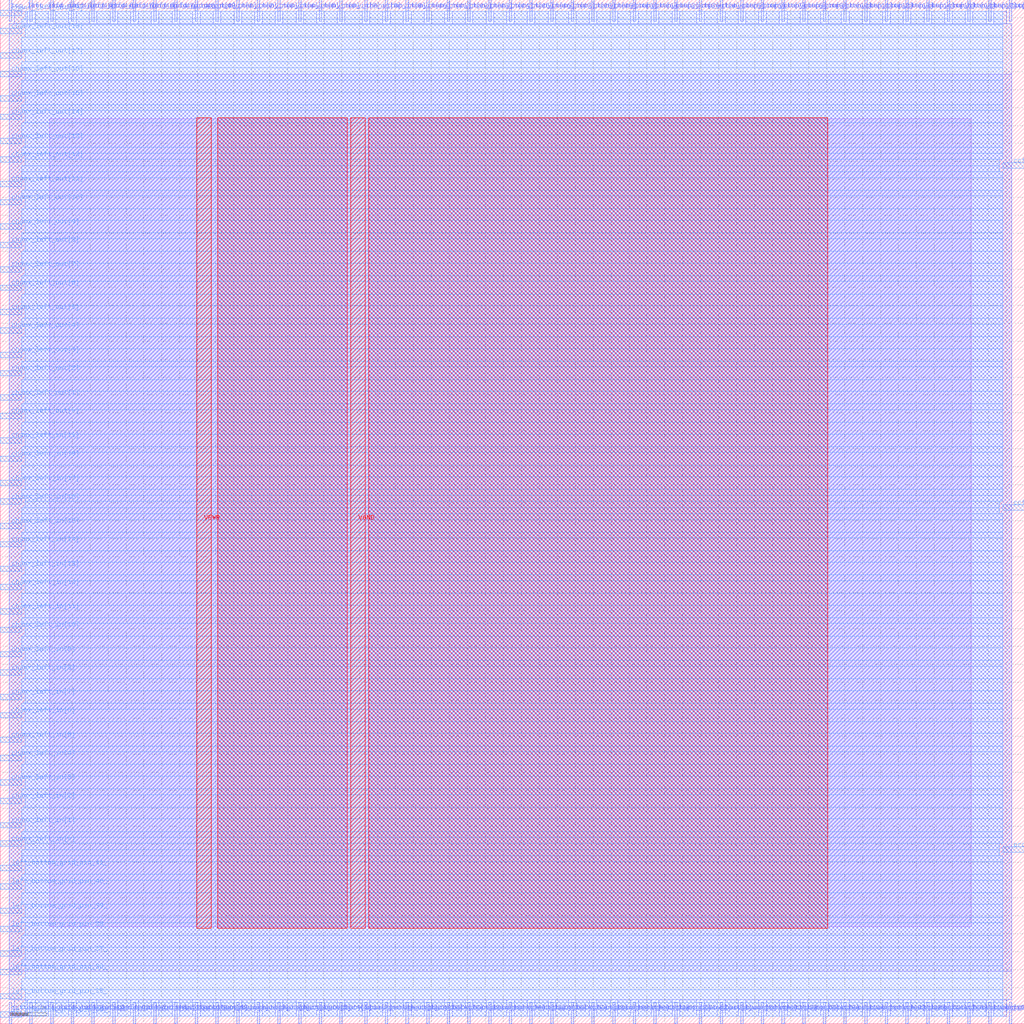
<source format=lef>
VERSION 5.7 ;
  NOWIREEXTENSIONATPIN ON ;
  DIVIDERCHAR "/" ;
  BUSBITCHARS "[]" ;
MACRO sb_8__1_
  CLASS BLOCK ;
  FOREIGN sb_8__1_ ;
  ORIGIN 0.000 0.000 ;
  SIZE 114.000 BY 114.000 ;
  PIN bottom_left_grid_pin_42_
    DIRECTION INPUT ;
    PORT
      LAYER met2 ;
        RECT 1.010 0.000 1.290 2.400 ;
    END
  END bottom_left_grid_pin_42_
  PIN bottom_left_grid_pin_43_
    DIRECTION INPUT ;
    PORT
      LAYER met2 ;
        RECT 3.310 0.000 3.590 2.400 ;
    END
  END bottom_left_grid_pin_43_
  PIN bottom_left_grid_pin_44_
    DIRECTION INPUT ;
    PORT
      LAYER met2 ;
        RECT 5.610 0.000 5.890 2.400 ;
    END
  END bottom_left_grid_pin_44_
  PIN bottom_left_grid_pin_45_
    DIRECTION INPUT ;
    PORT
      LAYER met2 ;
        RECT 7.910 0.000 8.190 2.400 ;
    END
  END bottom_left_grid_pin_45_
  PIN bottom_left_grid_pin_46_
    DIRECTION INPUT ;
    PORT
      LAYER met2 ;
        RECT 10.210 0.000 10.490 2.400 ;
    END
  END bottom_left_grid_pin_46_
  PIN bottom_left_grid_pin_47_
    DIRECTION INPUT ;
    PORT
      LAYER met2 ;
        RECT 12.510 0.000 12.790 2.400 ;
    END
  END bottom_left_grid_pin_47_
  PIN bottom_left_grid_pin_48_
    DIRECTION INPUT ;
    PORT
      LAYER met2 ;
        RECT 14.810 0.000 15.090 2.400 ;
    END
  END bottom_left_grid_pin_48_
  PIN bottom_left_grid_pin_49_
    DIRECTION INPUT ;
    PORT
      LAYER met2 ;
        RECT 17.110 0.000 17.390 2.400 ;
    END
  END bottom_left_grid_pin_49_
  PIN bottom_right_grid_pin_1_
    DIRECTION INPUT ;
    PORT
      LAYER met2 ;
        RECT 112.330 0.000 112.610 2.400 ;
    END
  END bottom_right_grid_pin_1_
  PIN ccff_head
    DIRECTION INPUT ;
    PORT
      LAYER met3 ;
        RECT 111.600 57.160 114.000 57.760 ;
    END
  END ccff_head
  PIN ccff_tail
    DIRECTION OUTPUT TRISTATE ;
    PORT
      LAYER met3 ;
        RECT 111.600 95.240 114.000 95.840 ;
    END
  END ccff_tail
  PIN chanx_left_in[0]
    DIRECTION INPUT ;
    PORT
      LAYER met3 ;
        RECT 0.000 19.760 2.400 20.360 ;
    END
  END chanx_left_in[0]
  PIN chanx_left_in[10]
    DIRECTION INPUT ;
    PORT
      LAYER met3 ;
        RECT 0.000 43.560 2.400 44.160 ;
    END
  END chanx_left_in[10]
  PIN chanx_left_in[11]
    DIRECTION INPUT ;
    PORT
      LAYER met3 ;
        RECT 0.000 45.600 2.400 46.200 ;
    END
  END chanx_left_in[11]
  PIN chanx_left_in[12]
    DIRECTION INPUT ;
    PORT
      LAYER met3 ;
        RECT 0.000 48.320 2.400 48.920 ;
    END
  END chanx_left_in[12]
  PIN chanx_left_in[13]
    DIRECTION INPUT ;
    PORT
      LAYER met3 ;
        RECT 0.000 50.360 2.400 50.960 ;
    END
  END chanx_left_in[13]
  PIN chanx_left_in[14]
    DIRECTION INPUT ;
    PORT
      LAYER met3 ;
        RECT 0.000 53.080 2.400 53.680 ;
    END
  END chanx_left_in[14]
  PIN chanx_left_in[15]
    DIRECTION INPUT ;
    PORT
      LAYER met3 ;
        RECT 0.000 55.120 2.400 55.720 ;
    END
  END chanx_left_in[15]
  PIN chanx_left_in[16]
    DIRECTION INPUT ;
    PORT
      LAYER met3 ;
        RECT 0.000 57.840 2.400 58.440 ;
    END
  END chanx_left_in[16]
  PIN chanx_left_in[17]
    DIRECTION INPUT ;
    PORT
      LAYER met3 ;
        RECT 0.000 59.880 2.400 60.480 ;
    END
  END chanx_left_in[17]
  PIN chanx_left_in[18]
    DIRECTION INPUT ;
    PORT
      LAYER met3 ;
        RECT 0.000 62.600 2.400 63.200 ;
    END
  END chanx_left_in[18]
  PIN chanx_left_in[19]
    DIRECTION INPUT ;
    PORT
      LAYER met3 ;
        RECT 0.000 64.640 2.400 65.240 ;
    END
  END chanx_left_in[19]
  PIN chanx_left_in[1]
    DIRECTION INPUT ;
    PORT
      LAYER met3 ;
        RECT 0.000 21.800 2.400 22.400 ;
    END
  END chanx_left_in[1]
  PIN chanx_left_in[2]
    DIRECTION INPUT ;
    PORT
      LAYER met3 ;
        RECT 0.000 24.520 2.400 25.120 ;
    END
  END chanx_left_in[2]
  PIN chanx_left_in[3]
    DIRECTION INPUT ;
    PORT
      LAYER met3 ;
        RECT 0.000 26.560 2.400 27.160 ;
    END
  END chanx_left_in[3]
  PIN chanx_left_in[4]
    DIRECTION INPUT ;
    PORT
      LAYER met3 ;
        RECT 0.000 29.280 2.400 29.880 ;
    END
  END chanx_left_in[4]
  PIN chanx_left_in[5]
    DIRECTION INPUT ;
    PORT
      LAYER met3 ;
        RECT 0.000 31.320 2.400 31.920 ;
    END
  END chanx_left_in[5]
  PIN chanx_left_in[6]
    DIRECTION INPUT ;
    PORT
      LAYER met3 ;
        RECT 0.000 34.040 2.400 34.640 ;
    END
  END chanx_left_in[6]
  PIN chanx_left_in[7]
    DIRECTION INPUT ;
    PORT
      LAYER met3 ;
        RECT 0.000 36.080 2.400 36.680 ;
    END
  END chanx_left_in[7]
  PIN chanx_left_in[8]
    DIRECTION INPUT ;
    PORT
      LAYER met3 ;
        RECT 0.000 38.800 2.400 39.400 ;
    END
  END chanx_left_in[8]
  PIN chanx_left_in[9]
    DIRECTION INPUT ;
    PORT
      LAYER met3 ;
        RECT 0.000 40.840 2.400 41.440 ;
    END
  END chanx_left_in[9]
  PIN chanx_left_out[0]
    DIRECTION OUTPUT TRISTATE ;
    PORT
      LAYER met3 ;
        RECT 0.000 67.360 2.400 67.960 ;
    END
  END chanx_left_out[0]
  PIN chanx_left_out[10]
    DIRECTION OUTPUT TRISTATE ;
    PORT
      LAYER met3 ;
        RECT 0.000 91.160 2.400 91.760 ;
    END
  END chanx_left_out[10]
  PIN chanx_left_out[11]
    DIRECTION OUTPUT TRISTATE ;
    PORT
      LAYER met3 ;
        RECT 0.000 93.200 2.400 93.800 ;
    END
  END chanx_left_out[11]
  PIN chanx_left_out[12]
    DIRECTION OUTPUT TRISTATE ;
    PORT
      LAYER met3 ;
        RECT 0.000 95.920 2.400 96.520 ;
    END
  END chanx_left_out[12]
  PIN chanx_left_out[13]
    DIRECTION OUTPUT TRISTATE ;
    PORT
      LAYER met3 ;
        RECT 0.000 97.960 2.400 98.560 ;
    END
  END chanx_left_out[13]
  PIN chanx_left_out[14]
    DIRECTION OUTPUT TRISTATE ;
    PORT
      LAYER met3 ;
        RECT 0.000 100.680 2.400 101.280 ;
    END
  END chanx_left_out[14]
  PIN chanx_left_out[15]
    DIRECTION OUTPUT TRISTATE ;
    PORT
      LAYER met3 ;
        RECT 0.000 102.720 2.400 103.320 ;
    END
  END chanx_left_out[15]
  PIN chanx_left_out[16]
    DIRECTION OUTPUT TRISTATE ;
    PORT
      LAYER met3 ;
        RECT 0.000 105.440 2.400 106.040 ;
    END
  END chanx_left_out[16]
  PIN chanx_left_out[17]
    DIRECTION OUTPUT TRISTATE ;
    PORT
      LAYER met3 ;
        RECT 0.000 107.480 2.400 108.080 ;
    END
  END chanx_left_out[17]
  PIN chanx_left_out[18]
    DIRECTION OUTPUT TRISTATE ;
    PORT
      LAYER met3 ;
        RECT 0.000 110.200 2.400 110.800 ;
    END
  END chanx_left_out[18]
  PIN chanx_left_out[19]
    DIRECTION OUTPUT TRISTATE ;
    PORT
      LAYER met3 ;
        RECT 0.000 112.240 2.400 112.840 ;
    END
  END chanx_left_out[19]
  PIN chanx_left_out[1]
    DIRECTION OUTPUT TRISTATE ;
    PORT
      LAYER met3 ;
        RECT 0.000 69.400 2.400 70.000 ;
    END
  END chanx_left_out[1]
  PIN chanx_left_out[2]
    DIRECTION OUTPUT TRISTATE ;
    PORT
      LAYER met3 ;
        RECT 0.000 72.120 2.400 72.720 ;
    END
  END chanx_left_out[2]
  PIN chanx_left_out[3]
    DIRECTION OUTPUT TRISTATE ;
    PORT
      LAYER met3 ;
        RECT 0.000 74.160 2.400 74.760 ;
    END
  END chanx_left_out[3]
  PIN chanx_left_out[4]
    DIRECTION OUTPUT TRISTATE ;
    PORT
      LAYER met3 ;
        RECT 0.000 76.880 2.400 77.480 ;
    END
  END chanx_left_out[4]
  PIN chanx_left_out[5]
    DIRECTION OUTPUT TRISTATE ;
    PORT
      LAYER met3 ;
        RECT 0.000 78.920 2.400 79.520 ;
    END
  END chanx_left_out[5]
  PIN chanx_left_out[6]
    DIRECTION OUTPUT TRISTATE ;
    PORT
      LAYER met3 ;
        RECT 0.000 81.640 2.400 82.240 ;
    END
  END chanx_left_out[6]
  PIN chanx_left_out[7]
    DIRECTION OUTPUT TRISTATE ;
    PORT
      LAYER met3 ;
        RECT 0.000 83.680 2.400 84.280 ;
    END
  END chanx_left_out[7]
  PIN chanx_left_out[8]
    DIRECTION OUTPUT TRISTATE ;
    PORT
      LAYER met3 ;
        RECT 0.000 86.400 2.400 87.000 ;
    END
  END chanx_left_out[8]
  PIN chanx_left_out[9]
    DIRECTION OUTPUT TRISTATE ;
    PORT
      LAYER met3 ;
        RECT 0.000 88.440 2.400 89.040 ;
    END
  END chanx_left_out[9]
  PIN chany_bottom_in[0]
    DIRECTION INPUT ;
    PORT
      LAYER met2 ;
        RECT 19.410 0.000 19.690 2.400 ;
    END
  END chany_bottom_in[0]
  PIN chany_bottom_in[10]
    DIRECTION INPUT ;
    PORT
      LAYER met2 ;
        RECT 42.870 0.000 43.150 2.400 ;
    END
  END chany_bottom_in[10]
  PIN chany_bottom_in[11]
    DIRECTION INPUT ;
    PORT
      LAYER met2 ;
        RECT 45.170 0.000 45.450 2.400 ;
    END
  END chany_bottom_in[11]
  PIN chany_bottom_in[12]
    DIRECTION INPUT ;
    PORT
      LAYER met2 ;
        RECT 47.470 0.000 47.750 2.400 ;
    END
  END chany_bottom_in[12]
  PIN chany_bottom_in[13]
    DIRECTION INPUT ;
    PORT
      LAYER met2 ;
        RECT 49.770 0.000 50.050 2.400 ;
    END
  END chany_bottom_in[13]
  PIN chany_bottom_in[14]
    DIRECTION INPUT ;
    PORT
      LAYER met2 ;
        RECT 52.070 0.000 52.350 2.400 ;
    END
  END chany_bottom_in[14]
  PIN chany_bottom_in[15]
    DIRECTION INPUT ;
    PORT
      LAYER met2 ;
        RECT 54.370 0.000 54.650 2.400 ;
    END
  END chany_bottom_in[15]
  PIN chany_bottom_in[16]
    DIRECTION INPUT ;
    PORT
      LAYER met2 ;
        RECT 56.670 0.000 56.950 2.400 ;
    END
  END chany_bottom_in[16]
  PIN chany_bottom_in[17]
    DIRECTION INPUT ;
    PORT
      LAYER met2 ;
        RECT 58.970 0.000 59.250 2.400 ;
    END
  END chany_bottom_in[17]
  PIN chany_bottom_in[18]
    DIRECTION INPUT ;
    PORT
      LAYER met2 ;
        RECT 61.270 0.000 61.550 2.400 ;
    END
  END chany_bottom_in[18]
  PIN chany_bottom_in[19]
    DIRECTION INPUT ;
    PORT
      LAYER met2 ;
        RECT 63.570 0.000 63.850 2.400 ;
    END
  END chany_bottom_in[19]
  PIN chany_bottom_in[1]
    DIRECTION INPUT ;
    PORT
      LAYER met2 ;
        RECT 21.710 0.000 21.990 2.400 ;
    END
  END chany_bottom_in[1]
  PIN chany_bottom_in[2]
    DIRECTION INPUT ;
    PORT
      LAYER met2 ;
        RECT 24.010 0.000 24.290 2.400 ;
    END
  END chany_bottom_in[2]
  PIN chany_bottom_in[3]
    DIRECTION INPUT ;
    PORT
      LAYER met2 ;
        RECT 26.310 0.000 26.590 2.400 ;
    END
  END chany_bottom_in[3]
  PIN chany_bottom_in[4]
    DIRECTION INPUT ;
    PORT
      LAYER met2 ;
        RECT 28.610 0.000 28.890 2.400 ;
    END
  END chany_bottom_in[4]
  PIN chany_bottom_in[5]
    DIRECTION INPUT ;
    PORT
      LAYER met2 ;
        RECT 30.910 0.000 31.190 2.400 ;
    END
  END chany_bottom_in[5]
  PIN chany_bottom_in[6]
    DIRECTION INPUT ;
    PORT
      LAYER met2 ;
        RECT 33.210 0.000 33.490 2.400 ;
    END
  END chany_bottom_in[6]
  PIN chany_bottom_in[7]
    DIRECTION INPUT ;
    PORT
      LAYER met2 ;
        RECT 35.510 0.000 35.790 2.400 ;
    END
  END chany_bottom_in[7]
  PIN chany_bottom_in[8]
    DIRECTION INPUT ;
    PORT
      LAYER met2 ;
        RECT 37.810 0.000 38.090 2.400 ;
    END
  END chany_bottom_in[8]
  PIN chany_bottom_in[9]
    DIRECTION INPUT ;
    PORT
      LAYER met2 ;
        RECT 40.570 0.000 40.850 2.400 ;
    END
  END chany_bottom_in[9]
  PIN chany_bottom_out[0]
    DIRECTION OUTPUT TRISTATE ;
    PORT
      LAYER met2 ;
        RECT 65.870 0.000 66.150 2.400 ;
    END
  END chany_bottom_out[0]
  PIN chany_bottom_out[10]
    DIRECTION OUTPUT TRISTATE ;
    PORT
      LAYER met2 ;
        RECT 89.330 0.000 89.610 2.400 ;
    END
  END chany_bottom_out[10]
  PIN chany_bottom_out[11]
    DIRECTION OUTPUT TRISTATE ;
    PORT
      LAYER met2 ;
        RECT 91.630 0.000 91.910 2.400 ;
    END
  END chany_bottom_out[11]
  PIN chany_bottom_out[12]
    DIRECTION OUTPUT TRISTATE ;
    PORT
      LAYER met2 ;
        RECT 93.930 0.000 94.210 2.400 ;
    END
  END chany_bottom_out[12]
  PIN chany_bottom_out[13]
    DIRECTION OUTPUT TRISTATE ;
    PORT
      LAYER met2 ;
        RECT 96.230 0.000 96.510 2.400 ;
    END
  END chany_bottom_out[13]
  PIN chany_bottom_out[14]
    DIRECTION OUTPUT TRISTATE ;
    PORT
      LAYER met2 ;
        RECT 98.530 0.000 98.810 2.400 ;
    END
  END chany_bottom_out[14]
  PIN chany_bottom_out[15]
    DIRECTION OUTPUT TRISTATE ;
    PORT
      LAYER met2 ;
        RECT 100.830 0.000 101.110 2.400 ;
    END
  END chany_bottom_out[15]
  PIN chany_bottom_out[16]
    DIRECTION OUTPUT TRISTATE ;
    PORT
      LAYER met2 ;
        RECT 103.130 0.000 103.410 2.400 ;
    END
  END chany_bottom_out[16]
  PIN chany_bottom_out[17]
    DIRECTION OUTPUT TRISTATE ;
    PORT
      LAYER met2 ;
        RECT 105.430 0.000 105.710 2.400 ;
    END
  END chany_bottom_out[17]
  PIN chany_bottom_out[18]
    DIRECTION OUTPUT TRISTATE ;
    PORT
      LAYER met2 ;
        RECT 107.730 0.000 108.010 2.400 ;
    END
  END chany_bottom_out[18]
  PIN chany_bottom_out[19]
    DIRECTION OUTPUT TRISTATE ;
    PORT
      LAYER met2 ;
        RECT 110.030 0.000 110.310 2.400 ;
    END
  END chany_bottom_out[19]
  PIN chany_bottom_out[1]
    DIRECTION OUTPUT TRISTATE ;
    PORT
      LAYER met2 ;
        RECT 68.170 0.000 68.450 2.400 ;
    END
  END chany_bottom_out[1]
  PIN chany_bottom_out[2]
    DIRECTION OUTPUT TRISTATE ;
    PORT
      LAYER met2 ;
        RECT 70.470 0.000 70.750 2.400 ;
    END
  END chany_bottom_out[2]
  PIN chany_bottom_out[3]
    DIRECTION OUTPUT TRISTATE ;
    PORT
      LAYER met2 ;
        RECT 72.770 0.000 73.050 2.400 ;
    END
  END chany_bottom_out[3]
  PIN chany_bottom_out[4]
    DIRECTION OUTPUT TRISTATE ;
    PORT
      LAYER met2 ;
        RECT 75.070 0.000 75.350 2.400 ;
    END
  END chany_bottom_out[4]
  PIN chany_bottom_out[5]
    DIRECTION OUTPUT TRISTATE ;
    PORT
      LAYER met2 ;
        RECT 77.830 0.000 78.110 2.400 ;
    END
  END chany_bottom_out[5]
  PIN chany_bottom_out[6]
    DIRECTION OUTPUT TRISTATE ;
    PORT
      LAYER met2 ;
        RECT 80.130 0.000 80.410 2.400 ;
    END
  END chany_bottom_out[6]
  PIN chany_bottom_out[7]
    DIRECTION OUTPUT TRISTATE ;
    PORT
      LAYER met2 ;
        RECT 82.430 0.000 82.710 2.400 ;
    END
  END chany_bottom_out[7]
  PIN chany_bottom_out[8]
    DIRECTION OUTPUT TRISTATE ;
    PORT
      LAYER met2 ;
        RECT 84.730 0.000 85.010 2.400 ;
    END
  END chany_bottom_out[8]
  PIN chany_bottom_out[9]
    DIRECTION OUTPUT TRISTATE ;
    PORT
      LAYER met2 ;
        RECT 87.030 0.000 87.310 2.400 ;
    END
  END chany_bottom_out[9]
  PIN chany_top_in[0]
    DIRECTION INPUT ;
    PORT
      LAYER met2 ;
        RECT 19.410 111.600 19.690 114.000 ;
    END
  END chany_top_in[0]
  PIN chany_top_in[10]
    DIRECTION INPUT ;
    PORT
      LAYER met2 ;
        RECT 42.870 111.600 43.150 114.000 ;
    END
  END chany_top_in[10]
  PIN chany_top_in[11]
    DIRECTION INPUT ;
    PORT
      LAYER met2 ;
        RECT 45.170 111.600 45.450 114.000 ;
    END
  END chany_top_in[11]
  PIN chany_top_in[12]
    DIRECTION INPUT ;
    PORT
      LAYER met2 ;
        RECT 47.470 111.600 47.750 114.000 ;
    END
  END chany_top_in[12]
  PIN chany_top_in[13]
    DIRECTION INPUT ;
    PORT
      LAYER met2 ;
        RECT 49.770 111.600 50.050 114.000 ;
    END
  END chany_top_in[13]
  PIN chany_top_in[14]
    DIRECTION INPUT ;
    PORT
      LAYER met2 ;
        RECT 52.070 111.600 52.350 114.000 ;
    END
  END chany_top_in[14]
  PIN chany_top_in[15]
    DIRECTION INPUT ;
    PORT
      LAYER met2 ;
        RECT 54.370 111.600 54.650 114.000 ;
    END
  END chany_top_in[15]
  PIN chany_top_in[16]
    DIRECTION INPUT ;
    PORT
      LAYER met2 ;
        RECT 56.670 111.600 56.950 114.000 ;
    END
  END chany_top_in[16]
  PIN chany_top_in[17]
    DIRECTION INPUT ;
    PORT
      LAYER met2 ;
        RECT 58.970 111.600 59.250 114.000 ;
    END
  END chany_top_in[17]
  PIN chany_top_in[18]
    DIRECTION INPUT ;
    PORT
      LAYER met2 ;
        RECT 61.270 111.600 61.550 114.000 ;
    END
  END chany_top_in[18]
  PIN chany_top_in[19]
    DIRECTION INPUT ;
    PORT
      LAYER met2 ;
        RECT 63.570 111.600 63.850 114.000 ;
    END
  END chany_top_in[19]
  PIN chany_top_in[1]
    DIRECTION INPUT ;
    PORT
      LAYER met2 ;
        RECT 21.710 111.600 21.990 114.000 ;
    END
  END chany_top_in[1]
  PIN chany_top_in[2]
    DIRECTION INPUT ;
    PORT
      LAYER met2 ;
        RECT 24.010 111.600 24.290 114.000 ;
    END
  END chany_top_in[2]
  PIN chany_top_in[3]
    DIRECTION INPUT ;
    PORT
      LAYER met2 ;
        RECT 26.310 111.600 26.590 114.000 ;
    END
  END chany_top_in[3]
  PIN chany_top_in[4]
    DIRECTION INPUT ;
    PORT
      LAYER met2 ;
        RECT 28.610 111.600 28.890 114.000 ;
    END
  END chany_top_in[4]
  PIN chany_top_in[5]
    DIRECTION INPUT ;
    PORT
      LAYER met2 ;
        RECT 30.910 111.600 31.190 114.000 ;
    END
  END chany_top_in[5]
  PIN chany_top_in[6]
    DIRECTION INPUT ;
    PORT
      LAYER met2 ;
        RECT 33.210 111.600 33.490 114.000 ;
    END
  END chany_top_in[6]
  PIN chany_top_in[7]
    DIRECTION INPUT ;
    PORT
      LAYER met2 ;
        RECT 35.510 111.600 35.790 114.000 ;
    END
  END chany_top_in[7]
  PIN chany_top_in[8]
    DIRECTION INPUT ;
    PORT
      LAYER met2 ;
        RECT 37.810 111.600 38.090 114.000 ;
    END
  END chany_top_in[8]
  PIN chany_top_in[9]
    DIRECTION INPUT ;
    PORT
      LAYER met2 ;
        RECT 40.570 111.600 40.850 114.000 ;
    END
  END chany_top_in[9]
  PIN chany_top_out[0]
    DIRECTION OUTPUT TRISTATE ;
    PORT
      LAYER met2 ;
        RECT 65.870 111.600 66.150 114.000 ;
    END
  END chany_top_out[0]
  PIN chany_top_out[10]
    DIRECTION OUTPUT TRISTATE ;
    PORT
      LAYER met2 ;
        RECT 89.330 111.600 89.610 114.000 ;
    END
  END chany_top_out[10]
  PIN chany_top_out[11]
    DIRECTION OUTPUT TRISTATE ;
    PORT
      LAYER met2 ;
        RECT 91.630 111.600 91.910 114.000 ;
    END
  END chany_top_out[11]
  PIN chany_top_out[12]
    DIRECTION OUTPUT TRISTATE ;
    PORT
      LAYER met2 ;
        RECT 93.930 111.600 94.210 114.000 ;
    END
  END chany_top_out[12]
  PIN chany_top_out[13]
    DIRECTION OUTPUT TRISTATE ;
    PORT
      LAYER met2 ;
        RECT 96.230 111.600 96.510 114.000 ;
    END
  END chany_top_out[13]
  PIN chany_top_out[14]
    DIRECTION OUTPUT TRISTATE ;
    PORT
      LAYER met2 ;
        RECT 98.530 111.600 98.810 114.000 ;
    END
  END chany_top_out[14]
  PIN chany_top_out[15]
    DIRECTION OUTPUT TRISTATE ;
    PORT
      LAYER met2 ;
        RECT 100.830 111.600 101.110 114.000 ;
    END
  END chany_top_out[15]
  PIN chany_top_out[16]
    DIRECTION OUTPUT TRISTATE ;
    PORT
      LAYER met2 ;
        RECT 103.130 111.600 103.410 114.000 ;
    END
  END chany_top_out[16]
  PIN chany_top_out[17]
    DIRECTION OUTPUT TRISTATE ;
    PORT
      LAYER met2 ;
        RECT 105.430 111.600 105.710 114.000 ;
    END
  END chany_top_out[17]
  PIN chany_top_out[18]
    DIRECTION OUTPUT TRISTATE ;
    PORT
      LAYER met2 ;
        RECT 107.730 111.600 108.010 114.000 ;
    END
  END chany_top_out[18]
  PIN chany_top_out[19]
    DIRECTION OUTPUT TRISTATE ;
    PORT
      LAYER met2 ;
        RECT 110.030 111.600 110.310 114.000 ;
    END
  END chany_top_out[19]
  PIN chany_top_out[1]
    DIRECTION OUTPUT TRISTATE ;
    PORT
      LAYER met2 ;
        RECT 68.170 111.600 68.450 114.000 ;
    END
  END chany_top_out[1]
  PIN chany_top_out[2]
    DIRECTION OUTPUT TRISTATE ;
    PORT
      LAYER met2 ;
        RECT 70.470 111.600 70.750 114.000 ;
    END
  END chany_top_out[2]
  PIN chany_top_out[3]
    DIRECTION OUTPUT TRISTATE ;
    PORT
      LAYER met2 ;
        RECT 72.770 111.600 73.050 114.000 ;
    END
  END chany_top_out[3]
  PIN chany_top_out[4]
    DIRECTION OUTPUT TRISTATE ;
    PORT
      LAYER met2 ;
        RECT 75.070 111.600 75.350 114.000 ;
    END
  END chany_top_out[4]
  PIN chany_top_out[5]
    DIRECTION OUTPUT TRISTATE ;
    PORT
      LAYER met2 ;
        RECT 77.830 111.600 78.110 114.000 ;
    END
  END chany_top_out[5]
  PIN chany_top_out[6]
    DIRECTION OUTPUT TRISTATE ;
    PORT
      LAYER met2 ;
        RECT 80.130 111.600 80.410 114.000 ;
    END
  END chany_top_out[6]
  PIN chany_top_out[7]
    DIRECTION OUTPUT TRISTATE ;
    PORT
      LAYER met2 ;
        RECT 82.430 111.600 82.710 114.000 ;
    END
  END chany_top_out[7]
  PIN chany_top_out[8]
    DIRECTION OUTPUT TRISTATE ;
    PORT
      LAYER met2 ;
        RECT 84.730 111.600 85.010 114.000 ;
    END
  END chany_top_out[8]
  PIN chany_top_out[9]
    DIRECTION OUTPUT TRISTATE ;
    PORT
      LAYER met2 ;
        RECT 87.030 111.600 87.310 114.000 ;
    END
  END chany_top_out[9]
  PIN left_bottom_grid_pin_34_
    DIRECTION INPUT ;
    PORT
      LAYER met3 ;
        RECT 0.000 0.720 2.400 1.320 ;
    END
  END left_bottom_grid_pin_34_
  PIN left_bottom_grid_pin_35_
    DIRECTION INPUT ;
    PORT
      LAYER met3 ;
        RECT 0.000 2.760 2.400 3.360 ;
    END
  END left_bottom_grid_pin_35_
  PIN left_bottom_grid_pin_36_
    DIRECTION INPUT ;
    PORT
      LAYER met3 ;
        RECT 0.000 5.480 2.400 6.080 ;
    END
  END left_bottom_grid_pin_36_
  PIN left_bottom_grid_pin_37_
    DIRECTION INPUT ;
    PORT
      LAYER met3 ;
        RECT 0.000 7.520 2.400 8.120 ;
    END
  END left_bottom_grid_pin_37_
  PIN left_bottom_grid_pin_38_
    DIRECTION INPUT ;
    PORT
      LAYER met3 ;
        RECT 0.000 10.240 2.400 10.840 ;
    END
  END left_bottom_grid_pin_38_
  PIN left_bottom_grid_pin_39_
    DIRECTION INPUT ;
    PORT
      LAYER met3 ;
        RECT 0.000 12.280 2.400 12.880 ;
    END
  END left_bottom_grid_pin_39_
  PIN left_bottom_grid_pin_40_
    DIRECTION INPUT ;
    PORT
      LAYER met3 ;
        RECT 0.000 15.000 2.400 15.600 ;
    END
  END left_bottom_grid_pin_40_
  PIN left_bottom_grid_pin_41_
    DIRECTION INPUT ;
    PORT
      LAYER met3 ;
        RECT 0.000 17.040 2.400 17.640 ;
    END
  END left_bottom_grid_pin_41_
  PIN prog_clk
    DIRECTION INPUT ;
    PORT
      LAYER met3 ;
        RECT 111.600 19.080 114.000 19.680 ;
    END
  END prog_clk
  PIN top_left_grid_pin_42_
    DIRECTION INPUT ;
    PORT
      LAYER met2 ;
        RECT 1.010 111.600 1.290 114.000 ;
    END
  END top_left_grid_pin_42_
  PIN top_left_grid_pin_43_
    DIRECTION INPUT ;
    PORT
      LAYER met2 ;
        RECT 3.310 111.600 3.590 114.000 ;
    END
  END top_left_grid_pin_43_
  PIN top_left_grid_pin_44_
    DIRECTION INPUT ;
    PORT
      LAYER met2 ;
        RECT 5.610 111.600 5.890 114.000 ;
    END
  END top_left_grid_pin_44_
  PIN top_left_grid_pin_45_
    DIRECTION INPUT ;
    PORT
      LAYER met2 ;
        RECT 7.910 111.600 8.190 114.000 ;
    END
  END top_left_grid_pin_45_
  PIN top_left_grid_pin_46_
    DIRECTION INPUT ;
    PORT
      LAYER met2 ;
        RECT 10.210 111.600 10.490 114.000 ;
    END
  END top_left_grid_pin_46_
  PIN top_left_grid_pin_47_
    DIRECTION INPUT ;
    PORT
      LAYER met2 ;
        RECT 12.510 111.600 12.790 114.000 ;
    END
  END top_left_grid_pin_47_
  PIN top_left_grid_pin_48_
    DIRECTION INPUT ;
    PORT
      LAYER met2 ;
        RECT 14.810 111.600 15.090 114.000 ;
    END
  END top_left_grid_pin_48_
  PIN top_left_grid_pin_49_
    DIRECTION INPUT ;
    PORT
      LAYER met2 ;
        RECT 17.110 111.600 17.390 114.000 ;
    END
  END top_left_grid_pin_49_
  PIN top_right_grid_pin_1_
    DIRECTION INPUT ;
    PORT
      LAYER met2 ;
        RECT 112.330 111.600 112.610 114.000 ;
    END
  END top_right_grid_pin_1_
  PIN VPWR
    DIRECTION INPUT ;
    USE POWER ;
    PORT
      LAYER met4 ;
        RECT 21.880 10.640 23.480 100.880 ;
    END
  END VPWR
  PIN VGND
    DIRECTION INPUT ;
    USE GROUND ;
    PORT
      LAYER met4 ;
        RECT 39.040 10.640 40.640 100.880 ;
    END
  END VGND
  OBS
      LAYER li1 ;
        RECT 5.520 10.795 108.100 100.725 ;
      LAYER met1 ;
        RECT 0.990 5.820 112.630 105.700 ;
      LAYER met2 ;
        RECT 1.570 111.320 3.030 112.725 ;
        RECT 3.870 111.320 5.330 112.725 ;
        RECT 6.170 111.320 7.630 112.725 ;
        RECT 8.470 111.320 9.930 112.725 ;
        RECT 10.770 111.320 12.230 112.725 ;
        RECT 13.070 111.320 14.530 112.725 ;
        RECT 15.370 111.320 16.830 112.725 ;
        RECT 17.670 111.320 19.130 112.725 ;
        RECT 19.970 111.320 21.430 112.725 ;
        RECT 22.270 111.320 23.730 112.725 ;
        RECT 24.570 111.320 26.030 112.725 ;
        RECT 26.870 111.320 28.330 112.725 ;
        RECT 29.170 111.320 30.630 112.725 ;
        RECT 31.470 111.320 32.930 112.725 ;
        RECT 33.770 111.320 35.230 112.725 ;
        RECT 36.070 111.320 37.530 112.725 ;
        RECT 38.370 111.320 40.290 112.725 ;
        RECT 41.130 111.320 42.590 112.725 ;
        RECT 43.430 111.320 44.890 112.725 ;
        RECT 45.730 111.320 47.190 112.725 ;
        RECT 48.030 111.320 49.490 112.725 ;
        RECT 50.330 111.320 51.790 112.725 ;
        RECT 52.630 111.320 54.090 112.725 ;
        RECT 54.930 111.320 56.390 112.725 ;
        RECT 57.230 111.320 58.690 112.725 ;
        RECT 59.530 111.320 60.990 112.725 ;
        RECT 61.830 111.320 63.290 112.725 ;
        RECT 64.130 111.320 65.590 112.725 ;
        RECT 66.430 111.320 67.890 112.725 ;
        RECT 68.730 111.320 70.190 112.725 ;
        RECT 71.030 111.320 72.490 112.725 ;
        RECT 73.330 111.320 74.790 112.725 ;
        RECT 75.630 111.320 77.550 112.725 ;
        RECT 78.390 111.320 79.850 112.725 ;
        RECT 80.690 111.320 82.150 112.725 ;
        RECT 82.990 111.320 84.450 112.725 ;
        RECT 85.290 111.320 86.750 112.725 ;
        RECT 87.590 111.320 89.050 112.725 ;
        RECT 89.890 111.320 91.350 112.725 ;
        RECT 92.190 111.320 93.650 112.725 ;
        RECT 94.490 111.320 95.950 112.725 ;
        RECT 96.790 111.320 98.250 112.725 ;
        RECT 99.090 111.320 100.550 112.725 ;
        RECT 101.390 111.320 102.850 112.725 ;
        RECT 103.690 111.320 105.150 112.725 ;
        RECT 105.990 111.320 107.450 112.725 ;
        RECT 108.290 111.320 109.750 112.725 ;
        RECT 110.590 111.320 112.050 112.725 ;
        RECT 1.020 2.680 112.600 111.320 ;
        RECT 1.570 0.835 3.030 2.680 ;
        RECT 3.870 0.835 5.330 2.680 ;
        RECT 6.170 0.835 7.630 2.680 ;
        RECT 8.470 0.835 9.930 2.680 ;
        RECT 10.770 0.835 12.230 2.680 ;
        RECT 13.070 0.835 14.530 2.680 ;
        RECT 15.370 0.835 16.830 2.680 ;
        RECT 17.670 0.835 19.130 2.680 ;
        RECT 19.970 0.835 21.430 2.680 ;
        RECT 22.270 0.835 23.730 2.680 ;
        RECT 24.570 0.835 26.030 2.680 ;
        RECT 26.870 0.835 28.330 2.680 ;
        RECT 29.170 0.835 30.630 2.680 ;
        RECT 31.470 0.835 32.930 2.680 ;
        RECT 33.770 0.835 35.230 2.680 ;
        RECT 36.070 0.835 37.530 2.680 ;
        RECT 38.370 0.835 40.290 2.680 ;
        RECT 41.130 0.835 42.590 2.680 ;
        RECT 43.430 0.835 44.890 2.680 ;
        RECT 45.730 0.835 47.190 2.680 ;
        RECT 48.030 0.835 49.490 2.680 ;
        RECT 50.330 0.835 51.790 2.680 ;
        RECT 52.630 0.835 54.090 2.680 ;
        RECT 54.930 0.835 56.390 2.680 ;
        RECT 57.230 0.835 58.690 2.680 ;
        RECT 59.530 0.835 60.990 2.680 ;
        RECT 61.830 0.835 63.290 2.680 ;
        RECT 64.130 0.835 65.590 2.680 ;
        RECT 66.430 0.835 67.890 2.680 ;
        RECT 68.730 0.835 70.190 2.680 ;
        RECT 71.030 0.835 72.490 2.680 ;
        RECT 73.330 0.835 74.790 2.680 ;
        RECT 75.630 0.835 77.550 2.680 ;
        RECT 78.390 0.835 79.850 2.680 ;
        RECT 80.690 0.835 82.150 2.680 ;
        RECT 82.990 0.835 84.450 2.680 ;
        RECT 85.290 0.835 86.750 2.680 ;
        RECT 87.590 0.835 89.050 2.680 ;
        RECT 89.890 0.835 91.350 2.680 ;
        RECT 92.190 0.835 93.650 2.680 ;
        RECT 94.490 0.835 95.950 2.680 ;
        RECT 96.790 0.835 98.250 2.680 ;
        RECT 99.090 0.835 100.550 2.680 ;
        RECT 101.390 0.835 102.850 2.680 ;
        RECT 103.690 0.835 105.150 2.680 ;
        RECT 105.990 0.835 107.450 2.680 ;
        RECT 108.290 0.835 109.750 2.680 ;
        RECT 110.590 0.835 112.050 2.680 ;
      LAYER met3 ;
        RECT 2.800 111.840 111.600 112.705 ;
        RECT 2.400 111.200 111.600 111.840 ;
        RECT 2.800 109.800 111.600 111.200 ;
        RECT 2.400 108.480 111.600 109.800 ;
        RECT 2.800 107.080 111.600 108.480 ;
        RECT 2.400 106.440 111.600 107.080 ;
        RECT 2.800 105.040 111.600 106.440 ;
        RECT 2.400 103.720 111.600 105.040 ;
        RECT 2.800 102.320 111.600 103.720 ;
        RECT 2.400 101.680 111.600 102.320 ;
        RECT 2.800 100.280 111.600 101.680 ;
        RECT 2.400 98.960 111.600 100.280 ;
        RECT 2.800 97.560 111.600 98.960 ;
        RECT 2.400 96.920 111.600 97.560 ;
        RECT 2.800 96.240 111.600 96.920 ;
        RECT 2.800 95.520 111.200 96.240 ;
        RECT 2.400 94.840 111.200 95.520 ;
        RECT 2.400 94.200 111.600 94.840 ;
        RECT 2.800 92.800 111.600 94.200 ;
        RECT 2.400 92.160 111.600 92.800 ;
        RECT 2.800 90.760 111.600 92.160 ;
        RECT 2.400 89.440 111.600 90.760 ;
        RECT 2.800 88.040 111.600 89.440 ;
        RECT 2.400 87.400 111.600 88.040 ;
        RECT 2.800 86.000 111.600 87.400 ;
        RECT 2.400 84.680 111.600 86.000 ;
        RECT 2.800 83.280 111.600 84.680 ;
        RECT 2.400 82.640 111.600 83.280 ;
        RECT 2.800 81.240 111.600 82.640 ;
        RECT 2.400 79.920 111.600 81.240 ;
        RECT 2.800 78.520 111.600 79.920 ;
        RECT 2.400 77.880 111.600 78.520 ;
        RECT 2.800 76.480 111.600 77.880 ;
        RECT 2.400 75.160 111.600 76.480 ;
        RECT 2.800 73.760 111.600 75.160 ;
        RECT 2.400 73.120 111.600 73.760 ;
        RECT 2.800 71.720 111.600 73.120 ;
        RECT 2.400 70.400 111.600 71.720 ;
        RECT 2.800 69.000 111.600 70.400 ;
        RECT 2.400 68.360 111.600 69.000 ;
        RECT 2.800 66.960 111.600 68.360 ;
        RECT 2.400 65.640 111.600 66.960 ;
        RECT 2.800 64.240 111.600 65.640 ;
        RECT 2.400 63.600 111.600 64.240 ;
        RECT 2.800 62.200 111.600 63.600 ;
        RECT 2.400 60.880 111.600 62.200 ;
        RECT 2.800 59.480 111.600 60.880 ;
        RECT 2.400 58.840 111.600 59.480 ;
        RECT 2.800 58.160 111.600 58.840 ;
        RECT 2.800 57.440 111.200 58.160 ;
        RECT 2.400 56.760 111.200 57.440 ;
        RECT 2.400 56.120 111.600 56.760 ;
        RECT 2.800 54.720 111.600 56.120 ;
        RECT 2.400 54.080 111.600 54.720 ;
        RECT 2.800 52.680 111.600 54.080 ;
        RECT 2.400 51.360 111.600 52.680 ;
        RECT 2.800 49.960 111.600 51.360 ;
        RECT 2.400 49.320 111.600 49.960 ;
        RECT 2.800 47.920 111.600 49.320 ;
        RECT 2.400 46.600 111.600 47.920 ;
        RECT 2.800 45.200 111.600 46.600 ;
        RECT 2.400 44.560 111.600 45.200 ;
        RECT 2.800 43.160 111.600 44.560 ;
        RECT 2.400 41.840 111.600 43.160 ;
        RECT 2.800 40.440 111.600 41.840 ;
        RECT 2.400 39.800 111.600 40.440 ;
        RECT 2.800 38.400 111.600 39.800 ;
        RECT 2.400 37.080 111.600 38.400 ;
        RECT 2.800 35.680 111.600 37.080 ;
        RECT 2.400 35.040 111.600 35.680 ;
        RECT 2.800 33.640 111.600 35.040 ;
        RECT 2.400 32.320 111.600 33.640 ;
        RECT 2.800 30.920 111.600 32.320 ;
        RECT 2.400 30.280 111.600 30.920 ;
        RECT 2.800 28.880 111.600 30.280 ;
        RECT 2.400 27.560 111.600 28.880 ;
        RECT 2.800 26.160 111.600 27.560 ;
        RECT 2.400 25.520 111.600 26.160 ;
        RECT 2.800 24.120 111.600 25.520 ;
        RECT 2.400 22.800 111.600 24.120 ;
        RECT 2.800 21.400 111.600 22.800 ;
        RECT 2.400 20.760 111.600 21.400 ;
        RECT 2.800 20.080 111.600 20.760 ;
        RECT 2.800 19.360 111.200 20.080 ;
        RECT 2.400 18.680 111.200 19.360 ;
        RECT 2.400 18.040 111.600 18.680 ;
        RECT 2.800 16.640 111.600 18.040 ;
        RECT 2.400 16.000 111.600 16.640 ;
        RECT 2.800 14.600 111.600 16.000 ;
        RECT 2.400 13.280 111.600 14.600 ;
        RECT 2.800 11.880 111.600 13.280 ;
        RECT 2.400 11.240 111.600 11.880 ;
        RECT 2.800 9.840 111.600 11.240 ;
        RECT 2.400 8.520 111.600 9.840 ;
        RECT 2.800 7.120 111.600 8.520 ;
        RECT 2.400 6.480 111.600 7.120 ;
        RECT 2.800 5.080 111.600 6.480 ;
        RECT 2.400 3.760 111.600 5.080 ;
        RECT 2.800 2.360 111.600 3.760 ;
        RECT 2.400 1.720 111.600 2.360 ;
        RECT 2.800 0.855 111.600 1.720 ;
      LAYER met4 ;
        RECT 24.215 10.640 38.640 100.880 ;
        RECT 41.040 10.640 92.120 100.880 ;
  END
END sb_8__1_
END LIBRARY


</source>
